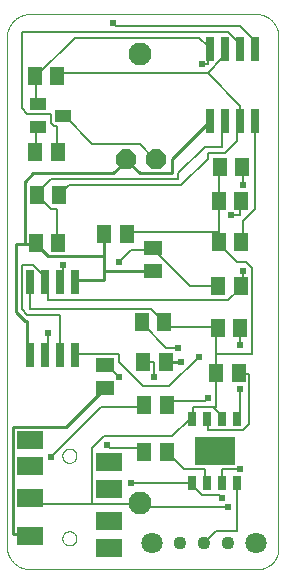
<source format=gbl>
G75*
%MOIN*%
%OFA0B0*%
%FSLAX25Y25*%
%IPPOS*%
%LPD*%
%AMOC8*
5,1,8,0,0,1.08239X$1,22.5*
%
%ADD10C,0.00000*%
%ADD11R,0.05118X0.05906*%
%ADD12R,0.06299X0.05118*%
%ADD13R,0.05118X0.06299*%
%ADD14R,0.02600X0.08000*%
%ADD15OC8,0.06600*%
%ADD16R,0.05512X0.03937*%
%ADD17R,0.08858X0.05906*%
%ADD18R,0.08858X0.06299*%
%ADD19C,0.04362*%
%ADD20C,0.07087*%
%ADD21R,0.02756X0.05118*%
%ADD22R,0.13386X0.09449*%
%ADD23R,0.05906X0.05118*%
%ADD24C,0.07677*%
%ADD25C,0.00800*%
%ADD26C,0.02400*%
%ADD27C,0.01000*%
D10*
X0008573Y0011486D02*
X0084586Y0011486D01*
X0084754Y0011488D01*
X0084923Y0011494D01*
X0085091Y0011504D01*
X0085258Y0011519D01*
X0085426Y0011537D01*
X0085592Y0011559D01*
X0085759Y0011585D01*
X0085924Y0011616D01*
X0086089Y0011650D01*
X0086253Y0011688D01*
X0086416Y0011731D01*
X0086578Y0011777D01*
X0086738Y0011827D01*
X0086898Y0011881D01*
X0087056Y0011939D01*
X0087212Y0012000D01*
X0087368Y0012066D01*
X0087521Y0012135D01*
X0087673Y0012207D01*
X0087823Y0012284D01*
X0087971Y0012364D01*
X0088117Y0012447D01*
X0088261Y0012534D01*
X0088403Y0012625D01*
X0088543Y0012719D01*
X0088680Y0012816D01*
X0088815Y0012917D01*
X0088947Y0013021D01*
X0089077Y0013128D01*
X0089205Y0013238D01*
X0089329Y0013351D01*
X0089451Y0013467D01*
X0089570Y0013586D01*
X0089686Y0013708D01*
X0089799Y0013832D01*
X0089909Y0013960D01*
X0090016Y0014090D01*
X0090120Y0014222D01*
X0090221Y0014357D01*
X0090318Y0014494D01*
X0090412Y0014634D01*
X0090503Y0014776D01*
X0090590Y0014920D01*
X0090673Y0015066D01*
X0090753Y0015214D01*
X0090830Y0015364D01*
X0090902Y0015516D01*
X0090971Y0015669D01*
X0091037Y0015825D01*
X0091098Y0015981D01*
X0091156Y0016139D01*
X0091210Y0016299D01*
X0091260Y0016459D01*
X0091306Y0016621D01*
X0091349Y0016784D01*
X0091387Y0016948D01*
X0091421Y0017113D01*
X0091452Y0017278D01*
X0091478Y0017445D01*
X0091500Y0017611D01*
X0091518Y0017779D01*
X0091533Y0017946D01*
X0091543Y0018114D01*
X0091549Y0018283D01*
X0091551Y0018451D01*
X0091551Y0188963D01*
X0091549Y0189146D01*
X0091542Y0189328D01*
X0091531Y0189511D01*
X0091516Y0189693D01*
X0091496Y0189875D01*
X0091472Y0190056D01*
X0091443Y0190236D01*
X0091410Y0190416D01*
X0091373Y0190595D01*
X0091331Y0190773D01*
X0091285Y0190950D01*
X0091235Y0191126D01*
X0091181Y0191300D01*
X0091122Y0191473D01*
X0091060Y0191645D01*
X0090993Y0191815D01*
X0090922Y0191983D01*
X0090847Y0192150D01*
X0090768Y0192315D01*
X0090685Y0192478D01*
X0090598Y0192638D01*
X0090507Y0192797D01*
X0090413Y0192954D01*
X0090314Y0193108D01*
X0090212Y0193259D01*
X0090107Y0193408D01*
X0089997Y0193555D01*
X0089885Y0193699D01*
X0089769Y0193840D01*
X0089649Y0193978D01*
X0089526Y0194114D01*
X0089400Y0194246D01*
X0089271Y0194375D01*
X0089139Y0194501D01*
X0089003Y0194624D01*
X0088865Y0194744D01*
X0088724Y0194860D01*
X0088580Y0194972D01*
X0088433Y0195082D01*
X0088284Y0195187D01*
X0088133Y0195289D01*
X0087979Y0195388D01*
X0087822Y0195482D01*
X0087663Y0195573D01*
X0087503Y0195660D01*
X0087340Y0195743D01*
X0087175Y0195822D01*
X0087008Y0195897D01*
X0086840Y0195968D01*
X0086670Y0196035D01*
X0086498Y0196097D01*
X0086325Y0196156D01*
X0086151Y0196210D01*
X0085975Y0196260D01*
X0085798Y0196306D01*
X0085620Y0196348D01*
X0085441Y0196385D01*
X0085261Y0196418D01*
X0085081Y0196447D01*
X0084900Y0196471D01*
X0084718Y0196491D01*
X0084536Y0196506D01*
X0084353Y0196517D01*
X0084171Y0196524D01*
X0083988Y0196526D01*
X0008795Y0196526D01*
X0008607Y0196524D01*
X0008418Y0196517D01*
X0008230Y0196506D01*
X0008043Y0196490D01*
X0007855Y0196469D01*
X0007669Y0196444D01*
X0007483Y0196415D01*
X0007297Y0196381D01*
X0007113Y0196342D01*
X0006930Y0196299D01*
X0006747Y0196252D01*
X0006566Y0196201D01*
X0006386Y0196144D01*
X0006208Y0196084D01*
X0006031Y0196019D01*
X0005856Y0195951D01*
X0005682Y0195877D01*
X0005510Y0195800D01*
X0005340Y0195719D01*
X0005172Y0195633D01*
X0005007Y0195544D01*
X0004843Y0195450D01*
X0004682Y0195353D01*
X0004523Y0195251D01*
X0004367Y0195146D01*
X0004213Y0195037D01*
X0004062Y0194925D01*
X0003914Y0194809D01*
X0003768Y0194689D01*
X0003626Y0194566D01*
X0003486Y0194439D01*
X0003350Y0194309D01*
X0003217Y0194176D01*
X0003087Y0194040D01*
X0002960Y0193900D01*
X0002837Y0193758D01*
X0002717Y0193612D01*
X0002601Y0193464D01*
X0002489Y0193313D01*
X0002380Y0193159D01*
X0002275Y0193003D01*
X0002173Y0192844D01*
X0002076Y0192683D01*
X0001982Y0192519D01*
X0001893Y0192354D01*
X0001807Y0192186D01*
X0001726Y0192016D01*
X0001649Y0191844D01*
X0001575Y0191670D01*
X0001507Y0191495D01*
X0001442Y0191318D01*
X0001382Y0191140D01*
X0001325Y0190960D01*
X0001274Y0190779D01*
X0001227Y0190596D01*
X0001184Y0190413D01*
X0001145Y0190229D01*
X0001111Y0190043D01*
X0001082Y0189857D01*
X0001057Y0189671D01*
X0001036Y0189483D01*
X0001020Y0189296D01*
X0001009Y0189108D01*
X0001002Y0188919D01*
X0001000Y0188731D01*
X0001000Y0019059D01*
X0001002Y0018876D01*
X0001009Y0018693D01*
X0001020Y0018510D01*
X0001035Y0018328D01*
X0001055Y0018146D01*
X0001079Y0017965D01*
X0001108Y0017784D01*
X0001141Y0017604D01*
X0001178Y0017425D01*
X0001220Y0017247D01*
X0001266Y0017070D01*
X0001316Y0016894D01*
X0001371Y0016719D01*
X0001429Y0016545D01*
X0001492Y0016374D01*
X0001559Y0016203D01*
X0001630Y0016035D01*
X0001705Y0015868D01*
X0001784Y0015703D01*
X0001867Y0015540D01*
X0001954Y0015379D01*
X0002045Y0015220D01*
X0002140Y0015063D01*
X0002238Y0014909D01*
X0002341Y0014757D01*
X0002446Y0014608D01*
X0002556Y0014461D01*
X0002669Y0014317D01*
X0002785Y0014176D01*
X0002905Y0014037D01*
X0003028Y0013902D01*
X0003154Y0013769D01*
X0003283Y0013640D01*
X0003416Y0013514D01*
X0003551Y0013391D01*
X0003690Y0013271D01*
X0003831Y0013155D01*
X0003975Y0013042D01*
X0004122Y0012932D01*
X0004271Y0012827D01*
X0004423Y0012724D01*
X0004577Y0012626D01*
X0004734Y0012531D01*
X0004893Y0012440D01*
X0005054Y0012353D01*
X0005217Y0012270D01*
X0005382Y0012191D01*
X0005549Y0012116D01*
X0005717Y0012045D01*
X0005888Y0011978D01*
X0006059Y0011915D01*
X0006233Y0011857D01*
X0006408Y0011802D01*
X0006584Y0011752D01*
X0006761Y0011706D01*
X0006939Y0011664D01*
X0007118Y0011627D01*
X0007298Y0011594D01*
X0007479Y0011565D01*
X0007660Y0011541D01*
X0007842Y0011521D01*
X0008024Y0011506D01*
X0008207Y0011495D01*
X0008390Y0011488D01*
X0008573Y0011486D01*
X0019504Y0021722D02*
X0019506Y0021819D01*
X0019512Y0021916D01*
X0019522Y0022012D01*
X0019536Y0022108D01*
X0019554Y0022204D01*
X0019575Y0022298D01*
X0019601Y0022392D01*
X0019630Y0022484D01*
X0019664Y0022575D01*
X0019700Y0022665D01*
X0019741Y0022753D01*
X0019785Y0022839D01*
X0019833Y0022924D01*
X0019884Y0023006D01*
X0019938Y0023087D01*
X0019996Y0023165D01*
X0020057Y0023240D01*
X0020120Y0023313D01*
X0020187Y0023384D01*
X0020257Y0023451D01*
X0020329Y0023516D01*
X0020404Y0023577D01*
X0020482Y0023636D01*
X0020561Y0023691D01*
X0020643Y0023743D01*
X0020727Y0023791D01*
X0020813Y0023836D01*
X0020901Y0023878D01*
X0020990Y0023916D01*
X0021081Y0023950D01*
X0021173Y0023980D01*
X0021266Y0024007D01*
X0021361Y0024029D01*
X0021456Y0024048D01*
X0021552Y0024063D01*
X0021648Y0024074D01*
X0021745Y0024081D01*
X0021842Y0024084D01*
X0021939Y0024083D01*
X0022036Y0024078D01*
X0022132Y0024069D01*
X0022228Y0024056D01*
X0022324Y0024039D01*
X0022419Y0024018D01*
X0022512Y0023994D01*
X0022605Y0023965D01*
X0022697Y0023933D01*
X0022787Y0023897D01*
X0022875Y0023858D01*
X0022962Y0023814D01*
X0023047Y0023768D01*
X0023130Y0023717D01*
X0023211Y0023664D01*
X0023289Y0023607D01*
X0023366Y0023547D01*
X0023439Y0023484D01*
X0023510Y0023418D01*
X0023578Y0023349D01*
X0023644Y0023277D01*
X0023706Y0023203D01*
X0023765Y0023126D01*
X0023821Y0023047D01*
X0023874Y0022965D01*
X0023924Y0022882D01*
X0023969Y0022796D01*
X0024012Y0022709D01*
X0024051Y0022620D01*
X0024086Y0022530D01*
X0024117Y0022438D01*
X0024144Y0022345D01*
X0024168Y0022251D01*
X0024188Y0022156D01*
X0024204Y0022060D01*
X0024216Y0021964D01*
X0024224Y0021867D01*
X0024228Y0021770D01*
X0024228Y0021674D01*
X0024224Y0021577D01*
X0024216Y0021480D01*
X0024204Y0021384D01*
X0024188Y0021288D01*
X0024168Y0021193D01*
X0024144Y0021099D01*
X0024117Y0021006D01*
X0024086Y0020914D01*
X0024051Y0020824D01*
X0024012Y0020735D01*
X0023969Y0020648D01*
X0023924Y0020562D01*
X0023874Y0020479D01*
X0023821Y0020397D01*
X0023765Y0020318D01*
X0023706Y0020241D01*
X0023644Y0020167D01*
X0023578Y0020095D01*
X0023510Y0020026D01*
X0023439Y0019960D01*
X0023366Y0019897D01*
X0023289Y0019837D01*
X0023211Y0019780D01*
X0023130Y0019727D01*
X0023047Y0019676D01*
X0022962Y0019630D01*
X0022875Y0019586D01*
X0022787Y0019547D01*
X0022697Y0019511D01*
X0022605Y0019479D01*
X0022512Y0019450D01*
X0022419Y0019426D01*
X0022324Y0019405D01*
X0022228Y0019388D01*
X0022132Y0019375D01*
X0022036Y0019366D01*
X0021939Y0019361D01*
X0021842Y0019360D01*
X0021745Y0019363D01*
X0021648Y0019370D01*
X0021552Y0019381D01*
X0021456Y0019396D01*
X0021361Y0019415D01*
X0021266Y0019437D01*
X0021173Y0019464D01*
X0021081Y0019494D01*
X0020990Y0019528D01*
X0020901Y0019566D01*
X0020813Y0019608D01*
X0020727Y0019653D01*
X0020643Y0019701D01*
X0020561Y0019753D01*
X0020482Y0019808D01*
X0020404Y0019867D01*
X0020329Y0019928D01*
X0020257Y0019993D01*
X0020187Y0020060D01*
X0020120Y0020131D01*
X0020057Y0020204D01*
X0019996Y0020279D01*
X0019938Y0020357D01*
X0019884Y0020438D01*
X0019833Y0020520D01*
X0019785Y0020605D01*
X0019741Y0020691D01*
X0019700Y0020779D01*
X0019664Y0020869D01*
X0019630Y0020960D01*
X0019601Y0021052D01*
X0019575Y0021146D01*
X0019554Y0021240D01*
X0019536Y0021336D01*
X0019522Y0021432D01*
X0019512Y0021528D01*
X0019506Y0021625D01*
X0019504Y0021722D01*
X0019504Y0049281D02*
X0019506Y0049378D01*
X0019512Y0049475D01*
X0019522Y0049571D01*
X0019536Y0049667D01*
X0019554Y0049763D01*
X0019575Y0049857D01*
X0019601Y0049951D01*
X0019630Y0050043D01*
X0019664Y0050134D01*
X0019700Y0050224D01*
X0019741Y0050312D01*
X0019785Y0050398D01*
X0019833Y0050483D01*
X0019884Y0050565D01*
X0019938Y0050646D01*
X0019996Y0050724D01*
X0020057Y0050799D01*
X0020120Y0050872D01*
X0020187Y0050943D01*
X0020257Y0051010D01*
X0020329Y0051075D01*
X0020404Y0051136D01*
X0020482Y0051195D01*
X0020561Y0051250D01*
X0020643Y0051302D01*
X0020727Y0051350D01*
X0020813Y0051395D01*
X0020901Y0051437D01*
X0020990Y0051475D01*
X0021081Y0051509D01*
X0021173Y0051539D01*
X0021266Y0051566D01*
X0021361Y0051588D01*
X0021456Y0051607D01*
X0021552Y0051622D01*
X0021648Y0051633D01*
X0021745Y0051640D01*
X0021842Y0051643D01*
X0021939Y0051642D01*
X0022036Y0051637D01*
X0022132Y0051628D01*
X0022228Y0051615D01*
X0022324Y0051598D01*
X0022419Y0051577D01*
X0022512Y0051553D01*
X0022605Y0051524D01*
X0022697Y0051492D01*
X0022787Y0051456D01*
X0022875Y0051417D01*
X0022962Y0051373D01*
X0023047Y0051327D01*
X0023130Y0051276D01*
X0023211Y0051223D01*
X0023289Y0051166D01*
X0023366Y0051106D01*
X0023439Y0051043D01*
X0023510Y0050977D01*
X0023578Y0050908D01*
X0023644Y0050836D01*
X0023706Y0050762D01*
X0023765Y0050685D01*
X0023821Y0050606D01*
X0023874Y0050524D01*
X0023924Y0050441D01*
X0023969Y0050355D01*
X0024012Y0050268D01*
X0024051Y0050179D01*
X0024086Y0050089D01*
X0024117Y0049997D01*
X0024144Y0049904D01*
X0024168Y0049810D01*
X0024188Y0049715D01*
X0024204Y0049619D01*
X0024216Y0049523D01*
X0024224Y0049426D01*
X0024228Y0049329D01*
X0024228Y0049233D01*
X0024224Y0049136D01*
X0024216Y0049039D01*
X0024204Y0048943D01*
X0024188Y0048847D01*
X0024168Y0048752D01*
X0024144Y0048658D01*
X0024117Y0048565D01*
X0024086Y0048473D01*
X0024051Y0048383D01*
X0024012Y0048294D01*
X0023969Y0048207D01*
X0023924Y0048121D01*
X0023874Y0048038D01*
X0023821Y0047956D01*
X0023765Y0047877D01*
X0023706Y0047800D01*
X0023644Y0047726D01*
X0023578Y0047654D01*
X0023510Y0047585D01*
X0023439Y0047519D01*
X0023366Y0047456D01*
X0023289Y0047396D01*
X0023211Y0047339D01*
X0023130Y0047286D01*
X0023047Y0047235D01*
X0022962Y0047189D01*
X0022875Y0047145D01*
X0022787Y0047106D01*
X0022697Y0047070D01*
X0022605Y0047038D01*
X0022512Y0047009D01*
X0022419Y0046985D01*
X0022324Y0046964D01*
X0022228Y0046947D01*
X0022132Y0046934D01*
X0022036Y0046925D01*
X0021939Y0046920D01*
X0021842Y0046919D01*
X0021745Y0046922D01*
X0021648Y0046929D01*
X0021552Y0046940D01*
X0021456Y0046955D01*
X0021361Y0046974D01*
X0021266Y0046996D01*
X0021173Y0047023D01*
X0021081Y0047053D01*
X0020990Y0047087D01*
X0020901Y0047125D01*
X0020813Y0047167D01*
X0020727Y0047212D01*
X0020643Y0047260D01*
X0020561Y0047312D01*
X0020482Y0047367D01*
X0020404Y0047426D01*
X0020329Y0047487D01*
X0020257Y0047552D01*
X0020187Y0047619D01*
X0020120Y0047690D01*
X0020057Y0047763D01*
X0019996Y0047838D01*
X0019938Y0047916D01*
X0019884Y0047997D01*
X0019833Y0048079D01*
X0019785Y0048164D01*
X0019741Y0048250D01*
X0019700Y0048338D01*
X0019664Y0048428D01*
X0019630Y0048519D01*
X0019601Y0048611D01*
X0019575Y0048705D01*
X0019554Y0048799D01*
X0019536Y0048895D01*
X0019522Y0048991D01*
X0019512Y0049087D01*
X0019506Y0049184D01*
X0019504Y0049281D01*
D11*
X0046079Y0093770D03*
X0053559Y0093770D03*
X0054346Y0066211D03*
X0046866Y0066211D03*
X0046866Y0050463D03*
X0054346Y0050463D03*
X0070882Y0076841D03*
X0078362Y0076841D03*
X0078756Y0091801D03*
X0071276Y0091801D03*
X0071669Y0120541D03*
X0071669Y0134321D03*
X0071906Y0145541D03*
X0079386Y0145541D03*
X0079150Y0134321D03*
X0079150Y0120541D03*
X0040961Y0123297D03*
X0033480Y0123297D03*
X0017811Y0175856D03*
X0010331Y0175856D03*
D12*
X0049701Y0118360D03*
X0049701Y0110880D03*
D13*
X0046472Y0080384D03*
X0053953Y0080384D03*
X0071472Y0105699D03*
X0078953Y0105699D03*
X0018126Y0120148D03*
X0010646Y0120148D03*
X0011024Y0136352D03*
X0010457Y0150541D03*
X0017937Y0150541D03*
X0018504Y0136352D03*
D14*
X0018854Y0107051D03*
X0023854Y0107051D03*
X0013854Y0107051D03*
X0008854Y0107051D03*
X0008854Y0082851D03*
X0013854Y0082851D03*
X0018854Y0082851D03*
X0023854Y0082851D03*
X0068697Y0160804D03*
X0073697Y0160804D03*
X0078697Y0160804D03*
X0083697Y0160804D03*
X0083697Y0185004D03*
X0078697Y0185004D03*
X0073697Y0185004D03*
X0068697Y0185004D03*
D15*
X0050882Y0148100D03*
X0040882Y0148100D03*
D16*
X0019898Y0162667D03*
X0011236Y0158927D03*
X0011236Y0166407D03*
D17*
X0035154Y0018573D03*
D18*
X0035154Y0027628D03*
X0035154Y0038258D03*
X0035154Y0047313D03*
X0008579Y0045738D03*
X0008579Y0054400D03*
X0008579Y0035108D03*
X0008579Y0022510D03*
D19*
X0058874Y0020148D03*
X0066748Y0020148D03*
X0074622Y0020148D03*
D20*
X0084071Y0020148D03*
X0049425Y0020148D03*
D21*
X0062791Y0040030D03*
X0067791Y0040030D03*
X0072791Y0040030D03*
X0077791Y0040030D03*
X0077791Y0061683D03*
X0072791Y0061683D03*
X0067791Y0061683D03*
X0062791Y0061683D03*
D22*
X0070291Y0050856D03*
D23*
X0033677Y0071919D03*
X0033677Y0079400D03*
D24*
X0045488Y0033533D03*
X0045488Y0183140D03*
D25*
X0037417Y0192589D02*
X0078756Y0192589D01*
X0083677Y0187667D01*
X0083677Y0185699D01*
X0083697Y0185004D01*
X0078697Y0185004D02*
X0077772Y0185699D01*
X0077772Y0187667D01*
X0074819Y0190620D01*
X0005921Y0190620D01*
X0005921Y0165030D01*
X0007890Y0163061D01*
X0015764Y0163061D01*
X0015764Y0160108D01*
X0016748Y0159124D01*
X0017732Y0159124D01*
X0017732Y0151250D01*
X0017937Y0150541D01*
X0015764Y0141407D02*
X0010843Y0136486D01*
X0011024Y0136352D01*
X0011827Y0135502D01*
X0015764Y0131565D01*
X0017732Y0131565D01*
X0017732Y0120738D01*
X0018126Y0120148D01*
X0019701Y0112864D02*
X0019701Y0107943D01*
X0018854Y0107051D01*
X0014780Y0106959D02*
X0014780Y0101053D01*
X0074819Y0101053D01*
X0078756Y0104990D01*
X0078953Y0105699D01*
X0079740Y0105974D01*
X0079740Y0110896D01*
X0080724Y0113848D02*
X0082693Y0111880D01*
X0082693Y0083337D01*
X0070882Y0083337D01*
X0070882Y0091211D01*
X0071276Y0091801D01*
X0070882Y0092195D01*
X0055134Y0092195D01*
X0053559Y0093770D01*
X0049228Y0098100D01*
X0008874Y0098100D01*
X0008874Y0106959D01*
X0008854Y0107051D01*
X0009858Y0112864D02*
X0005921Y0112864D01*
X0005921Y0098100D01*
X0007890Y0096132D01*
X0018717Y0096132D01*
X0018717Y0083337D01*
X0018854Y0082851D01*
X0014780Y0083337D02*
X0013854Y0082851D01*
X0014780Y0083337D02*
X0014780Y0090226D01*
X0014780Y0106959D02*
X0013854Y0107051D01*
X0014780Y0107943D01*
X0009858Y0112864D01*
X0018504Y0136352D02*
X0018717Y0136486D01*
X0021669Y0139439D01*
X0059071Y0139439D01*
X0067929Y0148297D01*
X0067929Y0150266D01*
X0073835Y0150266D01*
X0077772Y0154203D01*
X0077772Y0160108D01*
X0078697Y0160804D01*
X0078756Y0161093D01*
X0078756Y0166014D01*
X0067929Y0176841D01*
X0072850Y0181762D01*
X0072850Y0184715D01*
X0073697Y0185004D01*
X0068697Y0185004D02*
X0067929Y0184715D01*
X0067929Y0179793D01*
X0065961Y0179793D01*
X0067929Y0176841D02*
X0019701Y0176841D01*
X0018717Y0175856D01*
X0017811Y0175856D01*
X0010843Y0175856D02*
X0023638Y0188652D01*
X0064976Y0188652D01*
X0067929Y0185699D01*
X0068697Y0185004D01*
X0073697Y0160804D02*
X0072850Y0160108D01*
X0072850Y0152234D01*
X0066945Y0152234D01*
X0058087Y0143376D01*
X0058087Y0141407D01*
X0015764Y0141407D01*
X0010457Y0150541D02*
X0010843Y0151250D01*
X0010843Y0158140D01*
X0011236Y0158927D01*
X0011236Y0166407D02*
X0010843Y0166998D01*
X0010843Y0175856D01*
X0010331Y0175856D01*
X0019898Y0162667D02*
X0020685Y0162077D01*
X0029543Y0153219D01*
X0045291Y0153219D01*
X0050213Y0148297D01*
X0050882Y0148100D01*
X0041354Y0123691D02*
X0040961Y0123297D01*
X0041354Y0123691D02*
X0071866Y0123691D01*
X0071866Y0120738D01*
X0071669Y0120541D01*
X0071866Y0119754D01*
X0077772Y0113848D01*
X0080724Y0113848D01*
X0079150Y0120541D02*
X0079740Y0120738D01*
X0079740Y0127628D01*
X0083677Y0131565D01*
X0083677Y0160108D01*
X0083697Y0160804D01*
X0079386Y0145541D02*
X0079740Y0145344D01*
X0079740Y0139439D01*
X0079150Y0134321D02*
X0078756Y0133533D01*
X0078756Y0129596D01*
X0075803Y0129596D01*
X0071866Y0133533D02*
X0071866Y0123691D01*
X0071866Y0133533D02*
X0071669Y0134321D01*
X0071866Y0134518D01*
X0071866Y0145344D01*
X0071906Y0145541D01*
X0050213Y0117785D02*
X0062024Y0105974D01*
X0070882Y0105974D01*
X0071472Y0105699D01*
X0078756Y0091801D02*
X0078756Y0086289D01*
X0078362Y0076841D02*
X0078756Y0076447D01*
X0081709Y0076447D01*
X0081709Y0059715D01*
X0079740Y0057746D01*
X0067929Y0057746D01*
X0067929Y0061683D01*
X0067791Y0061683D01*
X0069898Y0065620D02*
X0070882Y0065620D01*
X0070882Y0076841D01*
X0070882Y0083337D01*
X0064976Y0082352D02*
X0055134Y0072510D01*
X0046276Y0072510D01*
X0038402Y0080384D01*
X0038402Y0083337D01*
X0024622Y0083337D01*
X0023854Y0082851D01*
X0032496Y0065620D02*
X0046276Y0065620D01*
X0046866Y0066211D01*
X0050213Y0075463D02*
X0050213Y0080384D01*
X0046472Y0080384D01*
X0054150Y0085305D02*
X0046276Y0093179D01*
X0046079Y0093770D01*
X0054150Y0085305D02*
X0058087Y0085305D01*
X0056118Y0067589D02*
X0055134Y0066604D01*
X0054346Y0066211D01*
X0056118Y0067589D02*
X0066945Y0067589D01*
X0067929Y0068573D01*
X0069898Y0065620D02*
X0071866Y0063652D01*
X0071866Y0061683D01*
X0072791Y0061683D01*
X0069898Y0065620D02*
X0063008Y0065620D01*
X0063008Y0061683D01*
X0062791Y0061683D01*
X0062024Y0061683D01*
X0056118Y0055778D01*
X0033480Y0055778D01*
X0029543Y0051841D01*
X0029543Y0033140D01*
X0010843Y0033140D01*
X0008874Y0035108D01*
X0008579Y0035108D01*
X0015764Y0048888D02*
X0032496Y0065620D01*
X0038402Y0075463D02*
X0034465Y0079400D01*
X0033677Y0079400D01*
X0034465Y0052825D02*
X0035449Y0051841D01*
X0045291Y0051841D01*
X0046276Y0050856D01*
X0046866Y0050463D01*
X0042339Y0040030D02*
X0062024Y0040030D01*
X0062791Y0040030D01*
X0062024Y0040030D02*
X0065961Y0036093D01*
X0071866Y0036093D01*
X0072850Y0035108D01*
X0074819Y0032156D02*
X0047260Y0032156D01*
X0046276Y0033140D01*
X0045488Y0033533D01*
X0045291Y0033140D01*
X0029543Y0033140D01*
X0054346Y0050463D02*
X0055134Y0049872D01*
X0060055Y0044951D01*
X0066945Y0044951D01*
X0066945Y0040030D01*
X0067791Y0040030D01*
X0072791Y0040030D02*
X0072850Y0040030D01*
X0072850Y0044951D01*
X0078756Y0044951D01*
X0077791Y0040030D02*
X0077772Y0040030D01*
X0077772Y0024281D01*
X0070882Y0024281D01*
X0066748Y0020148D01*
X0077791Y0061683D02*
X0078756Y0061683D01*
X0078756Y0071526D01*
X0050213Y0117785D02*
X0049701Y0118360D01*
X0049228Y0117785D01*
X0042339Y0117785D01*
X0038402Y0113848D01*
X0037417Y0192589D02*
X0036433Y0193573D01*
D26*
X0036433Y0193573D03*
X0065961Y0179793D03*
X0079740Y0139439D03*
X0075803Y0129596D03*
X0079740Y0110896D03*
X0078756Y0086289D03*
X0078756Y0071526D03*
X0067929Y0068573D03*
X0064976Y0082352D03*
X0059071Y0080384D03*
X0058087Y0085305D03*
X0050213Y0075463D03*
X0038402Y0075463D03*
X0034465Y0052825D03*
X0042339Y0040030D03*
X0015764Y0048888D03*
X0014780Y0090226D03*
X0019701Y0112864D03*
X0038402Y0113848D03*
X0072850Y0035108D03*
X0074819Y0032156D03*
X0078756Y0044951D03*
D27*
X0059071Y0080384D02*
X0053953Y0080384D01*
X0049701Y0110880D02*
X0049228Y0110896D01*
X0033480Y0110896D01*
X0033480Y0115817D01*
X0014780Y0115817D01*
X0010843Y0119754D01*
X0010646Y0120148D01*
X0009858Y0119754D01*
X0006906Y0119754D01*
X0006906Y0140423D01*
X0009858Y0143376D01*
X0036433Y0143376D01*
X0040370Y0147313D01*
X0040882Y0148100D01*
X0041354Y0147313D01*
X0045291Y0143376D01*
X0056118Y0143376D01*
X0056118Y0148297D01*
X0067929Y0160108D01*
X0068697Y0160804D01*
X0033480Y0123297D02*
X0033480Y0115817D01*
X0033480Y0110896D02*
X0033480Y0107943D01*
X0024622Y0107943D01*
X0023854Y0107051D01*
X0008854Y0082851D02*
X0007890Y0083337D01*
X0007890Y0094163D01*
X0006906Y0094163D01*
X0003953Y0097116D01*
X0003953Y0119754D01*
X0006906Y0119754D01*
X0033677Y0071919D02*
X0033480Y0071526D01*
X0020685Y0058730D01*
X0002969Y0058730D01*
X0002969Y0023297D01*
X0007890Y0023297D01*
X0008579Y0022510D01*
M02*

</source>
